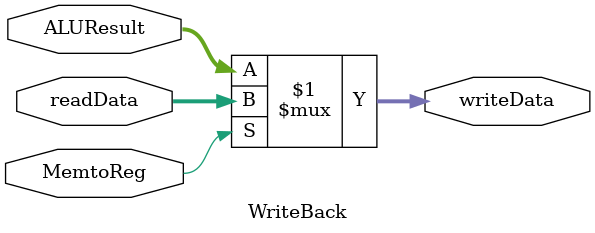
<source format=v>
`timescale 1ns / 1ps
module WriteBack(MemtoReg, readData, ALUResult, writeData
    );
	 input MemtoReg;
	 input [63:0] readData;
	 input [63:0] ALUResult;
	 
	 output [63:0] writeData;
	 
	 assign writeData = MemtoReg ? readData : ALUResult;

endmodule

</source>
